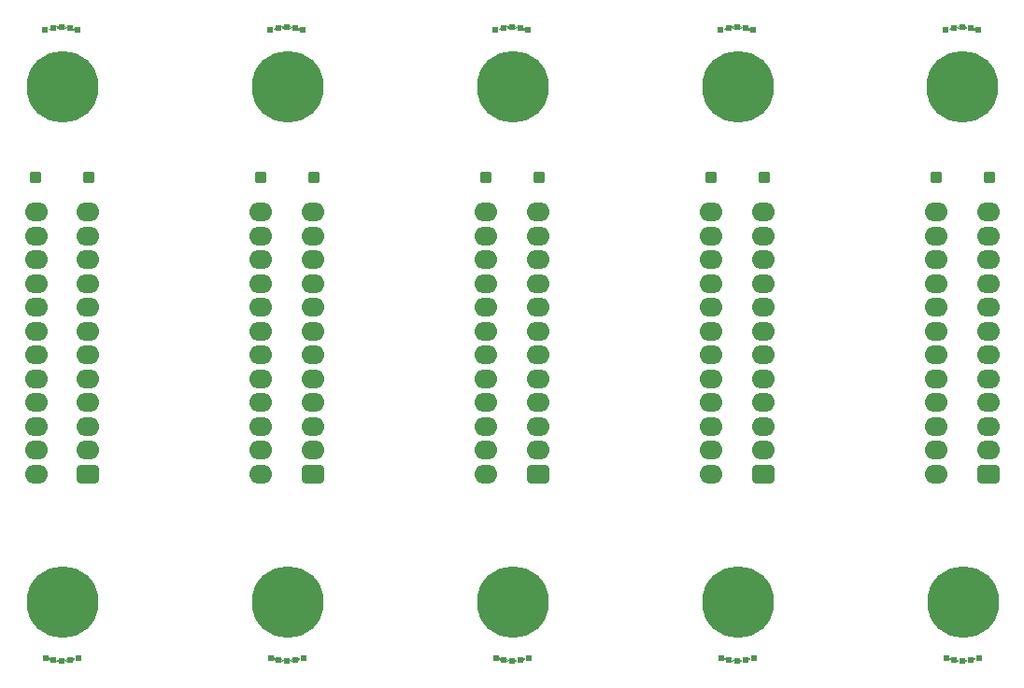
<source format=gts>
G04 #@! TF.GenerationSoftware,KiCad,Pcbnew,6.0.1-79c1e3a40b~116~ubuntu20.04.1*
G04 #@! TF.CreationDate,2022-01-18T16:31:28+01:00*
G04 #@! TF.ProjectId,5xNano_GPIB,35784e61-6e6f-45f4-9750-49422e6b6963,rev?*
G04 #@! TF.SameCoordinates,Original*
G04 #@! TF.FileFunction,Soldermask,Top*
G04 #@! TF.FilePolarity,Negative*
%FSLAX46Y46*%
G04 Gerber Fmt 4.6, Leading zero omitted, Abs format (unit mm)*
G04 Created by KiCad (PCBNEW 6.0.1-79c1e3a40b~116~ubuntu20.04.1) date 2022-01-18 16:31:28*
%MOMM*%
%LPD*%
G01*
G04 APERTURE LIST*
G04 Aperture macros list*
%AMRoundRect*
0 Rectangle with rounded corners*
0 $1 Rounding radius*
0 $2 $3 $4 $5 $6 $7 $8 $9 X,Y pos of 4 corners*
0 Add a 4 corners polygon primitive as box body*
4,1,4,$2,$3,$4,$5,$6,$7,$8,$9,$2,$3,0*
0 Add four circle primitives for the rounded corners*
1,1,$1+$1,$2,$3*
1,1,$1+$1,$4,$5*
1,1,$1+$1,$6,$7*
1,1,$1+$1,$8,$9*
0 Add four rect primitives between the rounded corners*
20,1,$1+$1,$2,$3,$4,$5,0*
20,1,$1+$1,$4,$5,$6,$7,0*
20,1,$1+$1,$6,$7,$8,$9,0*
20,1,$1+$1,$8,$9,$2,$3,0*%
G04 Aperture macros list end*
%ADD10C,0.602000*%
%ADD11RoundRect,0.051000X0.425000X0.425000X-0.425000X0.425000X-0.425000X-0.425000X0.425000X-0.425000X0*%
%ADD12RoundRect,0.451000X0.600000X-0.400000X0.600000X0.400000X-0.600000X0.400000X-0.600000X-0.400000X0*%
%ADD13O,2.102000X1.702000*%
%ADD14C,6.502000*%
%ADD15C,0.902000*%
G04 APERTURE END LIST*
D10*
X102310000Y-72310441D03*
X100060000Y-72510441D03*
X100810000Y-72310441D03*
X101560000Y-72210441D03*
X103010000Y-72510441D03*
D11*
X104015439Y-85829447D03*
X78805439Y-85889447D03*
D12*
X144700000Y-112759000D03*
D13*
X144700000Y-110600000D03*
X144700000Y-108441000D03*
X144700000Y-106282000D03*
X144700000Y-104123000D03*
X144700000Y-101964000D03*
X144700000Y-99805000D03*
X144700000Y-97646000D03*
X144700000Y-95487000D03*
X144700000Y-93328000D03*
X144700000Y-91169000D03*
X144700000Y-89010000D03*
X140020000Y-112734500D03*
X140020000Y-110575500D03*
X140020000Y-108416500D03*
X140020000Y-106257500D03*
X140020000Y-104098500D03*
X140020000Y-101939500D03*
X140020000Y-99780500D03*
X140020000Y-97621500D03*
X140020000Y-95462500D03*
X140020000Y-93303500D03*
X140020000Y-91144500D03*
X140020000Y-88985500D03*
D11*
X99205439Y-85889447D03*
D14*
X101607000Y-77602000D03*
D15*
X99909944Y-79299056D03*
X101607000Y-80002000D03*
X101607000Y-75202000D03*
X103304056Y-75904944D03*
X104007000Y-77602000D03*
X103304056Y-79299056D03*
X99207000Y-77602000D03*
X99909944Y-75904944D03*
D10*
X142360000Y-72210441D03*
X141610000Y-72310441D03*
X143110000Y-72310441D03*
X140860000Y-72510441D03*
X143810000Y-72510441D03*
D15*
X144154056Y-126079056D03*
X140057000Y-124382000D03*
X140759944Y-122684944D03*
X142457000Y-121982000D03*
X142457000Y-126782000D03*
X144154056Y-122684944D03*
D14*
X142457000Y-124382000D03*
D15*
X144857000Y-124382000D03*
X140759944Y-126079056D03*
X160457000Y-124382000D03*
D14*
X162857000Y-124382000D03*
D15*
X161159944Y-122684944D03*
X164554056Y-126079056D03*
X165257000Y-124382000D03*
X162857000Y-126782000D03*
X161159944Y-126079056D03*
X164554056Y-122684944D03*
X162857000Y-121982000D03*
D11*
X165215439Y-85829447D03*
X124415439Y-85829447D03*
D15*
X120309944Y-75904944D03*
X119607000Y-77602000D03*
D14*
X122007000Y-77602000D03*
D15*
X122007000Y-80002000D03*
X123704056Y-75904944D03*
X124407000Y-77602000D03*
X123704056Y-79299056D03*
X122007000Y-75202000D03*
X120309944Y-79299056D03*
D10*
X143850000Y-129431530D03*
X140900000Y-129431530D03*
X143100000Y-129631530D03*
X141600000Y-129631530D03*
X142350000Y-129731530D03*
D11*
X119605439Y-85889447D03*
D10*
X122710000Y-72310441D03*
X120460000Y-72510441D03*
X123410000Y-72510441D03*
X121960000Y-72210441D03*
X121210000Y-72310441D03*
X79660000Y-72510441D03*
X82610000Y-72510441D03*
X81910000Y-72310441D03*
X80410000Y-72310441D03*
X81160000Y-72210441D03*
D15*
X140007000Y-77602000D03*
X144807000Y-77602000D03*
X140709944Y-75904944D03*
X142407000Y-75202000D03*
X144104056Y-75904944D03*
D14*
X142407000Y-77602000D03*
D15*
X144104056Y-79299056D03*
X142407000Y-80002000D03*
X140709944Y-79299056D03*
X120359944Y-122684944D03*
X124457000Y-124382000D03*
D14*
X122057000Y-124382000D03*
D15*
X123754056Y-126079056D03*
X122057000Y-126782000D03*
X119657000Y-124382000D03*
X123754056Y-122684944D03*
X122057000Y-121982000D03*
X120359944Y-126079056D03*
D14*
X81207000Y-77602000D03*
D15*
X81207000Y-80002000D03*
X79509944Y-75904944D03*
X83607000Y-77602000D03*
X82904056Y-79299056D03*
X81207000Y-75202000D03*
X82904056Y-75904944D03*
X78807000Y-77602000D03*
X79509944Y-79299056D03*
D11*
X140005439Y-85889447D03*
D12*
X165100000Y-112759000D03*
D13*
X165100000Y-110600000D03*
X165100000Y-108441000D03*
X165100000Y-106282000D03*
X165100000Y-104123000D03*
X165100000Y-101964000D03*
X165100000Y-99805000D03*
X165100000Y-97646000D03*
X165100000Y-95487000D03*
X165100000Y-93328000D03*
X165100000Y-91169000D03*
X165100000Y-89010000D03*
X160420000Y-112734500D03*
X160420000Y-110575500D03*
X160420000Y-108416500D03*
X160420000Y-106257500D03*
X160420000Y-104098500D03*
X160420000Y-101939500D03*
X160420000Y-99780500D03*
X160420000Y-97621500D03*
X160420000Y-95462500D03*
X160420000Y-93303500D03*
X160420000Y-91144500D03*
X160420000Y-88985500D03*
D15*
X78857000Y-124382000D03*
X79559944Y-126079056D03*
X79559944Y-122684944D03*
X83657000Y-124382000D03*
X82954056Y-122684944D03*
X81257000Y-121982000D03*
X82954056Y-126079056D03*
X81257000Y-126782000D03*
D14*
X81257000Y-124382000D03*
D10*
X162000000Y-129631530D03*
X161300000Y-129431530D03*
X163500000Y-129631530D03*
X164250000Y-129431530D03*
X162750000Y-129731530D03*
X123450000Y-129431530D03*
X122700000Y-129631530D03*
X120500000Y-129431530D03*
X121950000Y-129731530D03*
X121200000Y-129631530D03*
X101550000Y-129731530D03*
X102300000Y-129631530D03*
X100100000Y-129431530D03*
X103050000Y-129431530D03*
X100800000Y-129631530D03*
D12*
X83500000Y-112759000D03*
D13*
X83500000Y-110600000D03*
X83500000Y-108441000D03*
X83500000Y-106282000D03*
X83500000Y-104123000D03*
X83500000Y-101964000D03*
X83500000Y-99805000D03*
X83500000Y-97646000D03*
X83500000Y-95487000D03*
X83500000Y-93328000D03*
X83500000Y-91169000D03*
X83500000Y-89010000D03*
X78820000Y-112734500D03*
X78820000Y-110575500D03*
X78820000Y-108416500D03*
X78820000Y-106257500D03*
X78820000Y-104098500D03*
X78820000Y-101939500D03*
X78820000Y-99780500D03*
X78820000Y-97621500D03*
X78820000Y-95462500D03*
X78820000Y-93303500D03*
X78820000Y-91144500D03*
X78820000Y-88985500D03*
D15*
X99257000Y-124382000D03*
X99959944Y-126079056D03*
X101657000Y-121982000D03*
X101657000Y-126782000D03*
X103354056Y-126079056D03*
X99959944Y-122684944D03*
X104057000Y-124382000D03*
X103354056Y-122684944D03*
D14*
X101657000Y-124382000D03*
D11*
X83615439Y-85829447D03*
D10*
X81150000Y-129731530D03*
X82650000Y-129431530D03*
X81900000Y-129631530D03*
X80400000Y-129631530D03*
X79700000Y-129431530D03*
D11*
X160405439Y-85889447D03*
D15*
X165207000Y-77602000D03*
X164504056Y-79299056D03*
X164504056Y-75904944D03*
X162807000Y-80002000D03*
X160407000Y-77602000D03*
X162807000Y-75202000D03*
D14*
X162807000Y-77602000D03*
D15*
X161109944Y-79299056D03*
X161109944Y-75904944D03*
D11*
X144815439Y-85829447D03*
D10*
X164210000Y-72510441D03*
X162760000Y-72210441D03*
X163510000Y-72310441D03*
X161260000Y-72510441D03*
X162010000Y-72310441D03*
D12*
X124300000Y-112759000D03*
D13*
X124300000Y-110600000D03*
X124300000Y-108441000D03*
X124300000Y-106282000D03*
X124300000Y-104123000D03*
X124300000Y-101964000D03*
X124300000Y-99805000D03*
X124300000Y-97646000D03*
X124300000Y-95487000D03*
X124300000Y-93328000D03*
X124300000Y-91169000D03*
X124300000Y-89010000D03*
X119620000Y-112734500D03*
X119620000Y-110575500D03*
X119620000Y-108416500D03*
X119620000Y-106257500D03*
X119620000Y-104098500D03*
X119620000Y-101939500D03*
X119620000Y-99780500D03*
X119620000Y-97621500D03*
X119620000Y-95462500D03*
X119620000Y-93303500D03*
X119620000Y-91144500D03*
X119620000Y-88985500D03*
D12*
X103900000Y-112759000D03*
D13*
X103900000Y-110600000D03*
X103900000Y-108441000D03*
X103900000Y-106282000D03*
X103900000Y-104123000D03*
X103900000Y-101964000D03*
X103900000Y-99805000D03*
X103900000Y-97646000D03*
X103900000Y-95487000D03*
X103900000Y-93328000D03*
X103900000Y-91169000D03*
X103900000Y-89010000D03*
X99220000Y-112734500D03*
X99220000Y-110575500D03*
X99220000Y-108416500D03*
X99220000Y-106257500D03*
X99220000Y-104098500D03*
X99220000Y-101939500D03*
X99220000Y-99780500D03*
X99220000Y-97621500D03*
X99220000Y-95462500D03*
X99220000Y-93303500D03*
X99220000Y-91144500D03*
X99220000Y-88985500D03*
G36*
X122417047Y-129537602D02*
G01*
X122417340Y-129539038D01*
X122401031Y-129631530D01*
X122419062Y-129733784D01*
X122463233Y-129810291D01*
X122463233Y-129812291D01*
X122461501Y-129813291D01*
X122460087Y-129812705D01*
X122443741Y-129796359D01*
X122441828Y-129796872D01*
X122440892Y-129796313D01*
X122412437Y-129766186D01*
X122345211Y-129749539D01*
X122279611Y-129771895D01*
X122240771Y-129816720D01*
X122236412Y-129825277D01*
X122234735Y-129826366D01*
X122232953Y-129825458D01*
X122232660Y-129824022D01*
X122248969Y-129731530D01*
X122230938Y-129629276D01*
X122186767Y-129552769D01*
X122186767Y-129550769D01*
X122188499Y-129549769D01*
X122189913Y-129550355D01*
X122206259Y-129566701D01*
X122208172Y-129566188D01*
X122209108Y-129566747D01*
X122237563Y-129596874D01*
X122304789Y-129613521D01*
X122370389Y-129591165D01*
X122409229Y-129546340D01*
X122413588Y-129537783D01*
X122415265Y-129536694D01*
X122417047Y-129537602D01*
G37*
G36*
X102017047Y-129537602D02*
G01*
X102017340Y-129539038D01*
X102001031Y-129631530D01*
X102019062Y-129733784D01*
X102063233Y-129810291D01*
X102063233Y-129812291D01*
X102061501Y-129813291D01*
X102060087Y-129812705D01*
X102043741Y-129796359D01*
X102041828Y-129796872D01*
X102040892Y-129796313D01*
X102012437Y-129766186D01*
X101945211Y-129749539D01*
X101879611Y-129771895D01*
X101840771Y-129816720D01*
X101836412Y-129825277D01*
X101834735Y-129826366D01*
X101832953Y-129825458D01*
X101832660Y-129824022D01*
X101848969Y-129731530D01*
X101830938Y-129629276D01*
X101786767Y-129552769D01*
X101786767Y-129550769D01*
X101788499Y-129549769D01*
X101789913Y-129550355D01*
X101806259Y-129566701D01*
X101808172Y-129566188D01*
X101809108Y-129566747D01*
X101837563Y-129596874D01*
X101904789Y-129613521D01*
X101970389Y-129591165D01*
X102009229Y-129546340D01*
X102013588Y-129537783D01*
X102015265Y-129536694D01*
X102017047Y-129537602D01*
G37*
G36*
X163217047Y-129537602D02*
G01*
X163217340Y-129539038D01*
X163201031Y-129631530D01*
X163219062Y-129733784D01*
X163263233Y-129810291D01*
X163263233Y-129812291D01*
X163261501Y-129813291D01*
X163260087Y-129812705D01*
X163243741Y-129796359D01*
X163241828Y-129796872D01*
X163240892Y-129796313D01*
X163212437Y-129766186D01*
X163145211Y-129749539D01*
X163079611Y-129771895D01*
X163040771Y-129816720D01*
X163036412Y-129825277D01*
X163034735Y-129826366D01*
X163032953Y-129825458D01*
X163032660Y-129824022D01*
X163048969Y-129731530D01*
X163030938Y-129629276D01*
X162986767Y-129552769D01*
X162986767Y-129550769D01*
X162988499Y-129549769D01*
X162989913Y-129550355D01*
X163006259Y-129566701D01*
X163008172Y-129566188D01*
X163009108Y-129566747D01*
X163037563Y-129596874D01*
X163104789Y-129613521D01*
X163170389Y-129591165D01*
X163209229Y-129546340D01*
X163213588Y-129537783D01*
X163215265Y-129536694D01*
X163217047Y-129537602D01*
G37*
G36*
X142817047Y-129537602D02*
G01*
X142817340Y-129539038D01*
X142801031Y-129631530D01*
X142819062Y-129733784D01*
X142863233Y-129810291D01*
X142863233Y-129812291D01*
X142861501Y-129813291D01*
X142860087Y-129812705D01*
X142843741Y-129796359D01*
X142841828Y-129796872D01*
X142840892Y-129796313D01*
X142812437Y-129766186D01*
X142745211Y-129749539D01*
X142679611Y-129771895D01*
X142640771Y-129816720D01*
X142636412Y-129825277D01*
X142634735Y-129826366D01*
X142632953Y-129825458D01*
X142632660Y-129824022D01*
X142648969Y-129731530D01*
X142630938Y-129629276D01*
X142586767Y-129552769D01*
X142586767Y-129550769D01*
X142588499Y-129549769D01*
X142589913Y-129550355D01*
X142606259Y-129566701D01*
X142608172Y-129566188D01*
X142609108Y-129566747D01*
X142637563Y-129596874D01*
X142704789Y-129613521D01*
X142770389Y-129591165D01*
X142809229Y-129546340D01*
X142813588Y-129537783D01*
X142815265Y-129536694D01*
X142817047Y-129537602D01*
G37*
G36*
X81617047Y-129537602D02*
G01*
X81617340Y-129539038D01*
X81601031Y-129631530D01*
X81619062Y-129733784D01*
X81663233Y-129810291D01*
X81663233Y-129812291D01*
X81661501Y-129813291D01*
X81660087Y-129812705D01*
X81643741Y-129796359D01*
X81641828Y-129796872D01*
X81640892Y-129796313D01*
X81612437Y-129766186D01*
X81545211Y-129749539D01*
X81479611Y-129771895D01*
X81440771Y-129816720D01*
X81436412Y-129825277D01*
X81434735Y-129826366D01*
X81432953Y-129825458D01*
X81432660Y-129824022D01*
X81448969Y-129731530D01*
X81430938Y-129629276D01*
X81386767Y-129552769D01*
X81386767Y-129550769D01*
X81388499Y-129549769D01*
X81389913Y-129550355D01*
X81406259Y-129566701D01*
X81408172Y-129566188D01*
X81409108Y-129566747D01*
X81437563Y-129596874D01*
X81504789Y-129613521D01*
X81570389Y-129591165D01*
X81609229Y-129546340D01*
X81613588Y-129537783D01*
X81615265Y-129536694D01*
X81617047Y-129537602D01*
G37*
G36*
X141886412Y-129537783D02*
G01*
X141890753Y-129546303D01*
X141938513Y-129596872D01*
X142005739Y-129613521D01*
X142071339Y-129591166D01*
X142091696Y-129567672D01*
X142093338Y-129567104D01*
X142110087Y-129550355D01*
X142112019Y-129549837D01*
X142113433Y-129551251D01*
X142113233Y-129552769D01*
X142069062Y-129629276D01*
X142051031Y-129731530D01*
X142067340Y-129824022D01*
X142066656Y-129825901D01*
X142064686Y-129826248D01*
X142063588Y-129825277D01*
X142059247Y-129816757D01*
X142011487Y-129766188D01*
X141944261Y-129749539D01*
X141878661Y-129771894D01*
X141858304Y-129795388D01*
X141856662Y-129795956D01*
X141839913Y-129812705D01*
X141837981Y-129813223D01*
X141836567Y-129811809D01*
X141836767Y-129810291D01*
X141880938Y-129733784D01*
X141898969Y-129631530D01*
X141882660Y-129539038D01*
X141883344Y-129537159D01*
X141885314Y-129536812D01*
X141886412Y-129537783D01*
G37*
G36*
X121486412Y-129537783D02*
G01*
X121490753Y-129546303D01*
X121538513Y-129596872D01*
X121605739Y-129613521D01*
X121671339Y-129591166D01*
X121691696Y-129567672D01*
X121693338Y-129567104D01*
X121710087Y-129550355D01*
X121712019Y-129549837D01*
X121713433Y-129551251D01*
X121713233Y-129552769D01*
X121669062Y-129629276D01*
X121651031Y-129731530D01*
X121667340Y-129824022D01*
X121666656Y-129825901D01*
X121664686Y-129826248D01*
X121663588Y-129825277D01*
X121659247Y-129816757D01*
X121611487Y-129766188D01*
X121544261Y-129749539D01*
X121478661Y-129771894D01*
X121458304Y-129795388D01*
X121456662Y-129795956D01*
X121439913Y-129812705D01*
X121437981Y-129813223D01*
X121436567Y-129811809D01*
X121436767Y-129810291D01*
X121480938Y-129733784D01*
X121498969Y-129631530D01*
X121482660Y-129539038D01*
X121483344Y-129537159D01*
X121485314Y-129536812D01*
X121486412Y-129537783D01*
G37*
G36*
X80686412Y-129537783D02*
G01*
X80690753Y-129546303D01*
X80738513Y-129596872D01*
X80805739Y-129613521D01*
X80871339Y-129591166D01*
X80891696Y-129567672D01*
X80893338Y-129567104D01*
X80910087Y-129550355D01*
X80912019Y-129549837D01*
X80913433Y-129551251D01*
X80913233Y-129552769D01*
X80869062Y-129629276D01*
X80851031Y-129731530D01*
X80867340Y-129824022D01*
X80866656Y-129825901D01*
X80864686Y-129826248D01*
X80863588Y-129825277D01*
X80859247Y-129816757D01*
X80811487Y-129766188D01*
X80744261Y-129749539D01*
X80678661Y-129771894D01*
X80658304Y-129795388D01*
X80656662Y-129795956D01*
X80639913Y-129812705D01*
X80637981Y-129813223D01*
X80636567Y-129811809D01*
X80636767Y-129810291D01*
X80680938Y-129733784D01*
X80698969Y-129631530D01*
X80682660Y-129539038D01*
X80683344Y-129537159D01*
X80685314Y-129536812D01*
X80686412Y-129537783D01*
G37*
G36*
X162286412Y-129537783D02*
G01*
X162290753Y-129546303D01*
X162338513Y-129596872D01*
X162405739Y-129613521D01*
X162471339Y-129591166D01*
X162491696Y-129567672D01*
X162493338Y-129567104D01*
X162510087Y-129550355D01*
X162512019Y-129549837D01*
X162513433Y-129551251D01*
X162513233Y-129552769D01*
X162469062Y-129629276D01*
X162451031Y-129731530D01*
X162467340Y-129824022D01*
X162466656Y-129825901D01*
X162464686Y-129826248D01*
X162463588Y-129825277D01*
X162459247Y-129816757D01*
X162411487Y-129766188D01*
X162344261Y-129749539D01*
X162278661Y-129771894D01*
X162258304Y-129795388D01*
X162256662Y-129795956D01*
X162239913Y-129812705D01*
X162237981Y-129813223D01*
X162236567Y-129811809D01*
X162236767Y-129810291D01*
X162280938Y-129733784D01*
X162298969Y-129631530D01*
X162282660Y-129539038D01*
X162283344Y-129537159D01*
X162285314Y-129536812D01*
X162286412Y-129537783D01*
G37*
G36*
X101086412Y-129537783D02*
G01*
X101090753Y-129546303D01*
X101138513Y-129596872D01*
X101205739Y-129613521D01*
X101271339Y-129591166D01*
X101291696Y-129567672D01*
X101293338Y-129567104D01*
X101310087Y-129550355D01*
X101312019Y-129549837D01*
X101313433Y-129551251D01*
X101313233Y-129552769D01*
X101269062Y-129629276D01*
X101251031Y-129731530D01*
X101267340Y-129824022D01*
X101266656Y-129825901D01*
X101264686Y-129826248D01*
X101263588Y-129825277D01*
X101259247Y-129816757D01*
X101211487Y-129766188D01*
X101144261Y-129749539D01*
X101078661Y-129771894D01*
X101058304Y-129795388D01*
X101056662Y-129795956D01*
X101039913Y-129812705D01*
X101037981Y-129813223D01*
X101036567Y-129811809D01*
X101036767Y-129810291D01*
X101080938Y-129733784D01*
X101098969Y-129631530D01*
X101082660Y-129539038D01*
X101083344Y-129537159D01*
X101085314Y-129536812D01*
X101086412Y-129537783D01*
G37*
G36*
X79986413Y-129337786D02*
G01*
X79986569Y-129338093D01*
X79986761Y-129338686D01*
X79987666Y-129344396D01*
X79987299Y-129345353D01*
X79987851Y-129345855D01*
X80017716Y-129408854D01*
X80076509Y-129445462D01*
X80145806Y-129444472D01*
X80191612Y-129416850D01*
X80193612Y-129416812D01*
X80194645Y-129418525D01*
X80193931Y-129420095D01*
X80170976Y-129439357D01*
X80119062Y-129529276D01*
X80101031Y-129631530D01*
X80115926Y-129716001D01*
X80115528Y-129717093D01*
X80116279Y-129718004D01*
X80117340Y-129724021D01*
X80116656Y-129725900D01*
X80114686Y-129726247D01*
X80113587Y-129725274D01*
X80113431Y-129724967D01*
X80113239Y-129724374D01*
X80112334Y-129718664D01*
X80112701Y-129717707D01*
X80112149Y-129717205D01*
X80082284Y-129654206D01*
X80023491Y-129617598D01*
X79954194Y-129618588D01*
X79908388Y-129646210D01*
X79906388Y-129646248D01*
X79905355Y-129644535D01*
X79906069Y-129642965D01*
X79929024Y-129623703D01*
X79980938Y-129533784D01*
X79998969Y-129431530D01*
X79984074Y-129347059D01*
X79984472Y-129345967D01*
X79983721Y-129345056D01*
X79982660Y-129339039D01*
X79983344Y-129337160D01*
X79985314Y-129336813D01*
X79986413Y-129337786D01*
G37*
G36*
X161586413Y-129337786D02*
G01*
X161586569Y-129338093D01*
X161586761Y-129338686D01*
X161587666Y-129344396D01*
X161587299Y-129345353D01*
X161587851Y-129345855D01*
X161617716Y-129408854D01*
X161676509Y-129445462D01*
X161745806Y-129444472D01*
X161791612Y-129416850D01*
X161793612Y-129416812D01*
X161794645Y-129418525D01*
X161793931Y-129420095D01*
X161770976Y-129439357D01*
X161719062Y-129529276D01*
X161701031Y-129631530D01*
X161715926Y-129716001D01*
X161715528Y-129717093D01*
X161716279Y-129718004D01*
X161717340Y-129724021D01*
X161716656Y-129725900D01*
X161714686Y-129726247D01*
X161713587Y-129725274D01*
X161713431Y-129724967D01*
X161713239Y-129724374D01*
X161712334Y-129718664D01*
X161712701Y-129717707D01*
X161712149Y-129717205D01*
X161682284Y-129654206D01*
X161623491Y-129617598D01*
X161554194Y-129618588D01*
X161508388Y-129646210D01*
X161506388Y-129646248D01*
X161505355Y-129644535D01*
X161506069Y-129642965D01*
X161529024Y-129623703D01*
X161580938Y-129533784D01*
X161598969Y-129431530D01*
X161584074Y-129347059D01*
X161584472Y-129345967D01*
X161583721Y-129345056D01*
X161582660Y-129339039D01*
X161583344Y-129337160D01*
X161585314Y-129336813D01*
X161586413Y-129337786D01*
G37*
G36*
X141186413Y-129337786D02*
G01*
X141186569Y-129338093D01*
X141186761Y-129338686D01*
X141187666Y-129344396D01*
X141187299Y-129345353D01*
X141187851Y-129345855D01*
X141217716Y-129408854D01*
X141276509Y-129445462D01*
X141345806Y-129444472D01*
X141391612Y-129416850D01*
X141393612Y-129416812D01*
X141394645Y-129418525D01*
X141393931Y-129420095D01*
X141370976Y-129439357D01*
X141319062Y-129529276D01*
X141301031Y-129631530D01*
X141315926Y-129716001D01*
X141315528Y-129717093D01*
X141316279Y-129718004D01*
X141317340Y-129724021D01*
X141316656Y-129725900D01*
X141314686Y-129726247D01*
X141313587Y-129725274D01*
X141313431Y-129724967D01*
X141313239Y-129724374D01*
X141312334Y-129718664D01*
X141312701Y-129717707D01*
X141312149Y-129717205D01*
X141282284Y-129654206D01*
X141223491Y-129617598D01*
X141154194Y-129618588D01*
X141108388Y-129646210D01*
X141106388Y-129646248D01*
X141105355Y-129644535D01*
X141106069Y-129642965D01*
X141129024Y-129623703D01*
X141180938Y-129533784D01*
X141198969Y-129431530D01*
X141184074Y-129347059D01*
X141184472Y-129345967D01*
X141183721Y-129345056D01*
X141182660Y-129339039D01*
X141183344Y-129337160D01*
X141185314Y-129336813D01*
X141186413Y-129337786D01*
G37*
G36*
X120786413Y-129337786D02*
G01*
X120786569Y-129338093D01*
X120786761Y-129338686D01*
X120787666Y-129344396D01*
X120787299Y-129345353D01*
X120787851Y-129345855D01*
X120817716Y-129408854D01*
X120876509Y-129445462D01*
X120945806Y-129444472D01*
X120991612Y-129416850D01*
X120993612Y-129416812D01*
X120994645Y-129418525D01*
X120993931Y-129420095D01*
X120970976Y-129439357D01*
X120919062Y-129529276D01*
X120901031Y-129631530D01*
X120915926Y-129716001D01*
X120915528Y-129717093D01*
X120916279Y-129718004D01*
X120917340Y-129724021D01*
X120916656Y-129725900D01*
X120914686Y-129726247D01*
X120913587Y-129725274D01*
X120913431Y-129724967D01*
X120913239Y-129724374D01*
X120912334Y-129718664D01*
X120912701Y-129717707D01*
X120912149Y-129717205D01*
X120882284Y-129654206D01*
X120823491Y-129617598D01*
X120754194Y-129618588D01*
X120708388Y-129646210D01*
X120706388Y-129646248D01*
X120705355Y-129644535D01*
X120706069Y-129642965D01*
X120729024Y-129623703D01*
X120780938Y-129533784D01*
X120798969Y-129431530D01*
X120784074Y-129347059D01*
X120784472Y-129345967D01*
X120783721Y-129345056D01*
X120782660Y-129339039D01*
X120783344Y-129337160D01*
X120785314Y-129336813D01*
X120786413Y-129337786D01*
G37*
G36*
X100386413Y-129337786D02*
G01*
X100386569Y-129338093D01*
X100386761Y-129338686D01*
X100387666Y-129344396D01*
X100387299Y-129345353D01*
X100387851Y-129345855D01*
X100417716Y-129408854D01*
X100476509Y-129445462D01*
X100545806Y-129444472D01*
X100591612Y-129416850D01*
X100593612Y-129416812D01*
X100594645Y-129418525D01*
X100593931Y-129420095D01*
X100570976Y-129439357D01*
X100519062Y-129529276D01*
X100501031Y-129631530D01*
X100515926Y-129716001D01*
X100515528Y-129717093D01*
X100516279Y-129718004D01*
X100517340Y-129724021D01*
X100516656Y-129725900D01*
X100514686Y-129726247D01*
X100513587Y-129725274D01*
X100513431Y-129724967D01*
X100513239Y-129724374D01*
X100512334Y-129718664D01*
X100512701Y-129717707D01*
X100512149Y-129717205D01*
X100482284Y-129654206D01*
X100423491Y-129617598D01*
X100354194Y-129618588D01*
X100308388Y-129646210D01*
X100306388Y-129646248D01*
X100305355Y-129644535D01*
X100306069Y-129642965D01*
X100329024Y-129623703D01*
X100380938Y-129533784D01*
X100398969Y-129431530D01*
X100384074Y-129347059D01*
X100384472Y-129345967D01*
X100383721Y-129345056D01*
X100382660Y-129339039D01*
X100383344Y-129337160D01*
X100385314Y-129336813D01*
X100386413Y-129337786D01*
G37*
G36*
X163957381Y-129391839D02*
G01*
X163957756Y-129393392D01*
X163951031Y-129431530D01*
X163969062Y-129533784D01*
X164013233Y-129610291D01*
X164013233Y-129612291D01*
X164011501Y-129613291D01*
X164010087Y-129612705D01*
X164003463Y-129606081D01*
X163942414Y-129572747D01*
X163873332Y-129577687D01*
X163817850Y-129619220D01*
X163796056Y-129670794D01*
X163794461Y-129672000D01*
X163792619Y-129671221D01*
X163792244Y-129669668D01*
X163798969Y-129631530D01*
X163780938Y-129529276D01*
X163736767Y-129452769D01*
X163736767Y-129450769D01*
X163738499Y-129449769D01*
X163739913Y-129450355D01*
X163746537Y-129456979D01*
X163807586Y-129490313D01*
X163876668Y-129485373D01*
X163932150Y-129443840D01*
X163953944Y-129392266D01*
X163955539Y-129391060D01*
X163957381Y-129391839D01*
G37*
G36*
X123157381Y-129391839D02*
G01*
X123157756Y-129393392D01*
X123151031Y-129431530D01*
X123169062Y-129533784D01*
X123213233Y-129610291D01*
X123213233Y-129612291D01*
X123211501Y-129613291D01*
X123210087Y-129612705D01*
X123203463Y-129606081D01*
X123142414Y-129572747D01*
X123073332Y-129577687D01*
X123017850Y-129619220D01*
X122996056Y-129670794D01*
X122994461Y-129672000D01*
X122992619Y-129671221D01*
X122992244Y-129669668D01*
X122998969Y-129631530D01*
X122980938Y-129529276D01*
X122936767Y-129452769D01*
X122936767Y-129450769D01*
X122938499Y-129449769D01*
X122939913Y-129450355D01*
X122946537Y-129456979D01*
X123007586Y-129490313D01*
X123076668Y-129485373D01*
X123132150Y-129443840D01*
X123153944Y-129392266D01*
X123155539Y-129391060D01*
X123157381Y-129391839D01*
G37*
G36*
X102757381Y-129391839D02*
G01*
X102757756Y-129393392D01*
X102751031Y-129431530D01*
X102769062Y-129533784D01*
X102813233Y-129610291D01*
X102813233Y-129612291D01*
X102811501Y-129613291D01*
X102810087Y-129612705D01*
X102803463Y-129606081D01*
X102742414Y-129572747D01*
X102673332Y-129577687D01*
X102617850Y-129619220D01*
X102596056Y-129670794D01*
X102594461Y-129672000D01*
X102592619Y-129671221D01*
X102592244Y-129669668D01*
X102598969Y-129631530D01*
X102580938Y-129529276D01*
X102536767Y-129452769D01*
X102536767Y-129450769D01*
X102538499Y-129449769D01*
X102539913Y-129450355D01*
X102546537Y-129456979D01*
X102607586Y-129490313D01*
X102676668Y-129485373D01*
X102732150Y-129443840D01*
X102753944Y-129392266D01*
X102755539Y-129391060D01*
X102757381Y-129391839D01*
G37*
G36*
X82357381Y-129391839D02*
G01*
X82357756Y-129393392D01*
X82351031Y-129431530D01*
X82369062Y-129533784D01*
X82413233Y-129610291D01*
X82413233Y-129612291D01*
X82411501Y-129613291D01*
X82410087Y-129612705D01*
X82403463Y-129606081D01*
X82342414Y-129572747D01*
X82273332Y-129577687D01*
X82217850Y-129619220D01*
X82196056Y-129670794D01*
X82194461Y-129672000D01*
X82192619Y-129671221D01*
X82192244Y-129669668D01*
X82198969Y-129631530D01*
X82180938Y-129529276D01*
X82136767Y-129452769D01*
X82136767Y-129450769D01*
X82138499Y-129449769D01*
X82139913Y-129450355D01*
X82146537Y-129456979D01*
X82207586Y-129490313D01*
X82276668Y-129485373D01*
X82332150Y-129443840D01*
X82353944Y-129392266D01*
X82355539Y-129391060D01*
X82357381Y-129391839D01*
G37*
G36*
X143557381Y-129391839D02*
G01*
X143557756Y-129393392D01*
X143551031Y-129431530D01*
X143569062Y-129533784D01*
X143613233Y-129610291D01*
X143613233Y-129612291D01*
X143611501Y-129613291D01*
X143610087Y-129612705D01*
X143603463Y-129606081D01*
X143542414Y-129572747D01*
X143473332Y-129577687D01*
X143417850Y-129619220D01*
X143396056Y-129670794D01*
X143394461Y-129672000D01*
X143392619Y-129671221D01*
X143392244Y-129669668D01*
X143398969Y-129631530D01*
X143380938Y-129529276D01*
X143336767Y-129452769D01*
X143336767Y-129450769D01*
X143338499Y-129449769D01*
X143339913Y-129450355D01*
X143346537Y-129456979D01*
X143407586Y-129490313D01*
X143476668Y-129485373D01*
X143532150Y-129443840D01*
X143553944Y-129392266D01*
X143555539Y-129391060D01*
X143557381Y-129391839D01*
G37*
G36*
X122996413Y-72216697D02*
G01*
X122996569Y-72217004D01*
X122996761Y-72217597D01*
X122997666Y-72223307D01*
X122997299Y-72224264D01*
X122997851Y-72224766D01*
X123027716Y-72287765D01*
X123086509Y-72324373D01*
X123155806Y-72323383D01*
X123201612Y-72295761D01*
X123203612Y-72295723D01*
X123204645Y-72297436D01*
X123203931Y-72299006D01*
X123180976Y-72318268D01*
X123129062Y-72408187D01*
X123111031Y-72510441D01*
X123125926Y-72594912D01*
X123125528Y-72596004D01*
X123126279Y-72596915D01*
X123127340Y-72602932D01*
X123126656Y-72604811D01*
X123124686Y-72605158D01*
X123123587Y-72604185D01*
X123123431Y-72603878D01*
X123123239Y-72603285D01*
X123122334Y-72597575D01*
X123122701Y-72596618D01*
X123122149Y-72596116D01*
X123092284Y-72533117D01*
X123033491Y-72496509D01*
X122964194Y-72497499D01*
X122918388Y-72525121D01*
X122916388Y-72525159D01*
X122915355Y-72523446D01*
X122916069Y-72521876D01*
X122939024Y-72502614D01*
X122990938Y-72412695D01*
X123008969Y-72310441D01*
X122994074Y-72225970D01*
X122994472Y-72224878D01*
X122993721Y-72223967D01*
X122992660Y-72217950D01*
X122993344Y-72216071D01*
X122995314Y-72215724D01*
X122996413Y-72216697D01*
G37*
G36*
X163796413Y-72216697D02*
G01*
X163796569Y-72217004D01*
X163796761Y-72217597D01*
X163797666Y-72223307D01*
X163797299Y-72224264D01*
X163797851Y-72224766D01*
X163827716Y-72287765D01*
X163886509Y-72324373D01*
X163955806Y-72323383D01*
X164001612Y-72295761D01*
X164003612Y-72295723D01*
X164004645Y-72297436D01*
X164003931Y-72299006D01*
X163980976Y-72318268D01*
X163929062Y-72408187D01*
X163911031Y-72510441D01*
X163925926Y-72594912D01*
X163925528Y-72596004D01*
X163926279Y-72596915D01*
X163927340Y-72602932D01*
X163926656Y-72604811D01*
X163924686Y-72605158D01*
X163923587Y-72604185D01*
X163923431Y-72603878D01*
X163923239Y-72603285D01*
X163922334Y-72597575D01*
X163922701Y-72596618D01*
X163922149Y-72596116D01*
X163892284Y-72533117D01*
X163833491Y-72496509D01*
X163764194Y-72497499D01*
X163718388Y-72525121D01*
X163716388Y-72525159D01*
X163715355Y-72523446D01*
X163716069Y-72521876D01*
X163739024Y-72502614D01*
X163790938Y-72412695D01*
X163808969Y-72310441D01*
X163794074Y-72225970D01*
X163794472Y-72224878D01*
X163793721Y-72223967D01*
X163792660Y-72217950D01*
X163793344Y-72216071D01*
X163795314Y-72215724D01*
X163796413Y-72216697D01*
G37*
G36*
X143396413Y-72216697D02*
G01*
X143396569Y-72217004D01*
X143396761Y-72217597D01*
X143397666Y-72223307D01*
X143397299Y-72224264D01*
X143397851Y-72224766D01*
X143427716Y-72287765D01*
X143486509Y-72324373D01*
X143555806Y-72323383D01*
X143601612Y-72295761D01*
X143603612Y-72295723D01*
X143604645Y-72297436D01*
X143603931Y-72299006D01*
X143580976Y-72318268D01*
X143529062Y-72408187D01*
X143511031Y-72510441D01*
X143525926Y-72594912D01*
X143525528Y-72596004D01*
X143526279Y-72596915D01*
X143527340Y-72602932D01*
X143526656Y-72604811D01*
X143524686Y-72605158D01*
X143523587Y-72604185D01*
X143523431Y-72603878D01*
X143523239Y-72603285D01*
X143522334Y-72597575D01*
X143522701Y-72596618D01*
X143522149Y-72596116D01*
X143492284Y-72533117D01*
X143433491Y-72496509D01*
X143364194Y-72497499D01*
X143318388Y-72525121D01*
X143316388Y-72525159D01*
X143315355Y-72523446D01*
X143316069Y-72521876D01*
X143339024Y-72502614D01*
X143390938Y-72412695D01*
X143408969Y-72310441D01*
X143394074Y-72225970D01*
X143394472Y-72224878D01*
X143393721Y-72223967D01*
X143392660Y-72217950D01*
X143393344Y-72216071D01*
X143395314Y-72215724D01*
X143396413Y-72216697D01*
G37*
G36*
X102596413Y-72216697D02*
G01*
X102596569Y-72217004D01*
X102596761Y-72217597D01*
X102597666Y-72223307D01*
X102597299Y-72224264D01*
X102597851Y-72224766D01*
X102627716Y-72287765D01*
X102686509Y-72324373D01*
X102755806Y-72323383D01*
X102801612Y-72295761D01*
X102803612Y-72295723D01*
X102804645Y-72297436D01*
X102803931Y-72299006D01*
X102780976Y-72318268D01*
X102729062Y-72408187D01*
X102711031Y-72510441D01*
X102725926Y-72594912D01*
X102725528Y-72596004D01*
X102726279Y-72596915D01*
X102727340Y-72602932D01*
X102726656Y-72604811D01*
X102724686Y-72605158D01*
X102723587Y-72604185D01*
X102723431Y-72603878D01*
X102723239Y-72603285D01*
X102722334Y-72597575D01*
X102722701Y-72596618D01*
X102722149Y-72596116D01*
X102692284Y-72533117D01*
X102633491Y-72496509D01*
X102564194Y-72497499D01*
X102518388Y-72525121D01*
X102516388Y-72525159D01*
X102515355Y-72523446D01*
X102516069Y-72521876D01*
X102539024Y-72502614D01*
X102590938Y-72412695D01*
X102608969Y-72310441D01*
X102594074Y-72225970D01*
X102594472Y-72224878D01*
X102593721Y-72223967D01*
X102592660Y-72217950D01*
X102593344Y-72216071D01*
X102595314Y-72215724D01*
X102596413Y-72216697D01*
G37*
G36*
X82196413Y-72216697D02*
G01*
X82196569Y-72217004D01*
X82196761Y-72217597D01*
X82197666Y-72223307D01*
X82197299Y-72224264D01*
X82197851Y-72224766D01*
X82227716Y-72287765D01*
X82286509Y-72324373D01*
X82355806Y-72323383D01*
X82401612Y-72295761D01*
X82403612Y-72295723D01*
X82404645Y-72297436D01*
X82403931Y-72299006D01*
X82380976Y-72318268D01*
X82329062Y-72408187D01*
X82311031Y-72510441D01*
X82325926Y-72594912D01*
X82325528Y-72596004D01*
X82326279Y-72596915D01*
X82327340Y-72602932D01*
X82326656Y-72604811D01*
X82324686Y-72605158D01*
X82323587Y-72604185D01*
X82323431Y-72603878D01*
X82323239Y-72603285D01*
X82322334Y-72597575D01*
X82322701Y-72596618D01*
X82322149Y-72596116D01*
X82292284Y-72533117D01*
X82233491Y-72496509D01*
X82164194Y-72497499D01*
X82118388Y-72525121D01*
X82116388Y-72525159D01*
X82115355Y-72523446D01*
X82116069Y-72521876D01*
X82139024Y-72502614D01*
X82190938Y-72412695D01*
X82208969Y-72310441D01*
X82194074Y-72225970D01*
X82194472Y-72224878D01*
X82193721Y-72223967D01*
X82192660Y-72217950D01*
X82193344Y-72216071D01*
X82195314Y-72215724D01*
X82196413Y-72216697D01*
G37*
G36*
X120917381Y-72270750D02*
G01*
X120917756Y-72272303D01*
X120911031Y-72310441D01*
X120929062Y-72412695D01*
X120973233Y-72489202D01*
X120973233Y-72491202D01*
X120971501Y-72492202D01*
X120970087Y-72491616D01*
X120963463Y-72484992D01*
X120902414Y-72451658D01*
X120833332Y-72456598D01*
X120777850Y-72498131D01*
X120756056Y-72549705D01*
X120754461Y-72550911D01*
X120752619Y-72550132D01*
X120752244Y-72548579D01*
X120758969Y-72510441D01*
X120740938Y-72408187D01*
X120696767Y-72331680D01*
X120696767Y-72329680D01*
X120698499Y-72328680D01*
X120699913Y-72329266D01*
X120706537Y-72335890D01*
X120767586Y-72369224D01*
X120836668Y-72364284D01*
X120892150Y-72322751D01*
X120913944Y-72271177D01*
X120915539Y-72269971D01*
X120917381Y-72270750D01*
G37*
G36*
X80117381Y-72270750D02*
G01*
X80117756Y-72272303D01*
X80111031Y-72310441D01*
X80129062Y-72412695D01*
X80173233Y-72489202D01*
X80173233Y-72491202D01*
X80171501Y-72492202D01*
X80170087Y-72491616D01*
X80163463Y-72484992D01*
X80102414Y-72451658D01*
X80033332Y-72456598D01*
X79977850Y-72498131D01*
X79956056Y-72549705D01*
X79954461Y-72550911D01*
X79952619Y-72550132D01*
X79952244Y-72548579D01*
X79958969Y-72510441D01*
X79940938Y-72408187D01*
X79896767Y-72331680D01*
X79896767Y-72329680D01*
X79898499Y-72328680D01*
X79899913Y-72329266D01*
X79906537Y-72335890D01*
X79967586Y-72369224D01*
X80036668Y-72364284D01*
X80092150Y-72322751D01*
X80113944Y-72271177D01*
X80115539Y-72269971D01*
X80117381Y-72270750D01*
G37*
G36*
X161717381Y-72270750D02*
G01*
X161717756Y-72272303D01*
X161711031Y-72310441D01*
X161729062Y-72412695D01*
X161773233Y-72489202D01*
X161773233Y-72491202D01*
X161771501Y-72492202D01*
X161770087Y-72491616D01*
X161763463Y-72484992D01*
X161702414Y-72451658D01*
X161633332Y-72456598D01*
X161577850Y-72498131D01*
X161556056Y-72549705D01*
X161554461Y-72550911D01*
X161552619Y-72550132D01*
X161552244Y-72548579D01*
X161558969Y-72510441D01*
X161540938Y-72408187D01*
X161496767Y-72331680D01*
X161496767Y-72329680D01*
X161498499Y-72328680D01*
X161499913Y-72329266D01*
X161506537Y-72335890D01*
X161567586Y-72369224D01*
X161636668Y-72364284D01*
X161692150Y-72322751D01*
X161713944Y-72271177D01*
X161715539Y-72269971D01*
X161717381Y-72270750D01*
G37*
G36*
X100517381Y-72270750D02*
G01*
X100517756Y-72272303D01*
X100511031Y-72310441D01*
X100529062Y-72412695D01*
X100573233Y-72489202D01*
X100573233Y-72491202D01*
X100571501Y-72492202D01*
X100570087Y-72491616D01*
X100563463Y-72484992D01*
X100502414Y-72451658D01*
X100433332Y-72456598D01*
X100377850Y-72498131D01*
X100356056Y-72549705D01*
X100354461Y-72550911D01*
X100352619Y-72550132D01*
X100352244Y-72548579D01*
X100358969Y-72510441D01*
X100340938Y-72408187D01*
X100296767Y-72331680D01*
X100296767Y-72329680D01*
X100298499Y-72328680D01*
X100299913Y-72329266D01*
X100306537Y-72335890D01*
X100367586Y-72369224D01*
X100436668Y-72364284D01*
X100492150Y-72322751D01*
X100513944Y-72271177D01*
X100515539Y-72269971D01*
X100517381Y-72270750D01*
G37*
G36*
X141317381Y-72270750D02*
G01*
X141317756Y-72272303D01*
X141311031Y-72310441D01*
X141329062Y-72412695D01*
X141373233Y-72489202D01*
X141373233Y-72491202D01*
X141371501Y-72492202D01*
X141370087Y-72491616D01*
X141363463Y-72484992D01*
X141302414Y-72451658D01*
X141233332Y-72456598D01*
X141177850Y-72498131D01*
X141156056Y-72549705D01*
X141154461Y-72550911D01*
X141152619Y-72550132D01*
X141152244Y-72548579D01*
X141158969Y-72510441D01*
X141140938Y-72408187D01*
X141096767Y-72331680D01*
X141096767Y-72329680D01*
X141098499Y-72328680D01*
X141099913Y-72329266D01*
X141106537Y-72335890D01*
X141167586Y-72369224D01*
X141236668Y-72364284D01*
X141292150Y-72322751D01*
X141313944Y-72271177D01*
X141315539Y-72269971D01*
X141317381Y-72270750D01*
G37*
G36*
X162477047Y-72116513D02*
G01*
X162477340Y-72117949D01*
X162461031Y-72210441D01*
X162479062Y-72312695D01*
X162523233Y-72389202D01*
X162523233Y-72391202D01*
X162521501Y-72392202D01*
X162520087Y-72391616D01*
X162503741Y-72375270D01*
X162501828Y-72375783D01*
X162500892Y-72375224D01*
X162472437Y-72345097D01*
X162405211Y-72328450D01*
X162339611Y-72350806D01*
X162300771Y-72395631D01*
X162296412Y-72404188D01*
X162294735Y-72405277D01*
X162292953Y-72404369D01*
X162292660Y-72402933D01*
X162308969Y-72310441D01*
X162290938Y-72208187D01*
X162246767Y-72131680D01*
X162246767Y-72129680D01*
X162248499Y-72128680D01*
X162249913Y-72129266D01*
X162266259Y-72145612D01*
X162268172Y-72145099D01*
X162269108Y-72145658D01*
X162297563Y-72175785D01*
X162364789Y-72192432D01*
X162430389Y-72170076D01*
X162469229Y-72125251D01*
X162473588Y-72116694D01*
X162475265Y-72115605D01*
X162477047Y-72116513D01*
G37*
G36*
X121677047Y-72116513D02*
G01*
X121677340Y-72117949D01*
X121661031Y-72210441D01*
X121679062Y-72312695D01*
X121723233Y-72389202D01*
X121723233Y-72391202D01*
X121721501Y-72392202D01*
X121720087Y-72391616D01*
X121703741Y-72375270D01*
X121701828Y-72375783D01*
X121700892Y-72375224D01*
X121672437Y-72345097D01*
X121605211Y-72328450D01*
X121539611Y-72350806D01*
X121500771Y-72395631D01*
X121496412Y-72404188D01*
X121494735Y-72405277D01*
X121492953Y-72404369D01*
X121492660Y-72402933D01*
X121508969Y-72310441D01*
X121490938Y-72208187D01*
X121446767Y-72131680D01*
X121446767Y-72129680D01*
X121448499Y-72128680D01*
X121449913Y-72129266D01*
X121466259Y-72145612D01*
X121468172Y-72145099D01*
X121469108Y-72145658D01*
X121497563Y-72175785D01*
X121564789Y-72192432D01*
X121630389Y-72170076D01*
X121669229Y-72125251D01*
X121673588Y-72116694D01*
X121675265Y-72115605D01*
X121677047Y-72116513D01*
G37*
G36*
X142077047Y-72116513D02*
G01*
X142077340Y-72117949D01*
X142061031Y-72210441D01*
X142079062Y-72312695D01*
X142123233Y-72389202D01*
X142123233Y-72391202D01*
X142121501Y-72392202D01*
X142120087Y-72391616D01*
X142103741Y-72375270D01*
X142101828Y-72375783D01*
X142100892Y-72375224D01*
X142072437Y-72345097D01*
X142005211Y-72328450D01*
X141939611Y-72350806D01*
X141900771Y-72395631D01*
X141896412Y-72404188D01*
X141894735Y-72405277D01*
X141892953Y-72404369D01*
X141892660Y-72402933D01*
X141908969Y-72310441D01*
X141890938Y-72208187D01*
X141846767Y-72131680D01*
X141846767Y-72129680D01*
X141848499Y-72128680D01*
X141849913Y-72129266D01*
X141866259Y-72145612D01*
X141868172Y-72145099D01*
X141869108Y-72145658D01*
X141897563Y-72175785D01*
X141964789Y-72192432D01*
X142030389Y-72170076D01*
X142069229Y-72125251D01*
X142073588Y-72116694D01*
X142075265Y-72115605D01*
X142077047Y-72116513D01*
G37*
G36*
X101277047Y-72116513D02*
G01*
X101277340Y-72117949D01*
X101261031Y-72210441D01*
X101279062Y-72312695D01*
X101323233Y-72389202D01*
X101323233Y-72391202D01*
X101321501Y-72392202D01*
X101320087Y-72391616D01*
X101303741Y-72375270D01*
X101301828Y-72375783D01*
X101300892Y-72375224D01*
X101272437Y-72345097D01*
X101205211Y-72328450D01*
X101139611Y-72350806D01*
X101100771Y-72395631D01*
X101096412Y-72404188D01*
X101094735Y-72405277D01*
X101092953Y-72404369D01*
X101092660Y-72402933D01*
X101108969Y-72310441D01*
X101090938Y-72208187D01*
X101046767Y-72131680D01*
X101046767Y-72129680D01*
X101048499Y-72128680D01*
X101049913Y-72129266D01*
X101066259Y-72145612D01*
X101068172Y-72145099D01*
X101069108Y-72145658D01*
X101097563Y-72175785D01*
X101164789Y-72192432D01*
X101230389Y-72170076D01*
X101269229Y-72125251D01*
X101273588Y-72116694D01*
X101275265Y-72115605D01*
X101277047Y-72116513D01*
G37*
G36*
X80877047Y-72116513D02*
G01*
X80877340Y-72117949D01*
X80861031Y-72210441D01*
X80879062Y-72312695D01*
X80923233Y-72389202D01*
X80923233Y-72391202D01*
X80921501Y-72392202D01*
X80920087Y-72391616D01*
X80903741Y-72375270D01*
X80901828Y-72375783D01*
X80900892Y-72375224D01*
X80872437Y-72345097D01*
X80805211Y-72328450D01*
X80739611Y-72350806D01*
X80700771Y-72395631D01*
X80696412Y-72404188D01*
X80694735Y-72405277D01*
X80692953Y-72404369D01*
X80692660Y-72402933D01*
X80708969Y-72310441D01*
X80690938Y-72208187D01*
X80646767Y-72131680D01*
X80646767Y-72129680D01*
X80648499Y-72128680D01*
X80649913Y-72129266D01*
X80666259Y-72145612D01*
X80668172Y-72145099D01*
X80669108Y-72145658D01*
X80697563Y-72175785D01*
X80764789Y-72192432D01*
X80830389Y-72170076D01*
X80869229Y-72125251D01*
X80873588Y-72116694D01*
X80875265Y-72115605D01*
X80877047Y-72116513D01*
G37*
G36*
X81446412Y-72116694D02*
G01*
X81450753Y-72125214D01*
X81498513Y-72175783D01*
X81565739Y-72192432D01*
X81631339Y-72170077D01*
X81651696Y-72146583D01*
X81653338Y-72146015D01*
X81670087Y-72129266D01*
X81672019Y-72128748D01*
X81673433Y-72130162D01*
X81673233Y-72131680D01*
X81629062Y-72208187D01*
X81611031Y-72310441D01*
X81627340Y-72402933D01*
X81626656Y-72404812D01*
X81624686Y-72405159D01*
X81623588Y-72404188D01*
X81619247Y-72395668D01*
X81571487Y-72345099D01*
X81504261Y-72328450D01*
X81438661Y-72350805D01*
X81418304Y-72374299D01*
X81416662Y-72374867D01*
X81399913Y-72391616D01*
X81397981Y-72392134D01*
X81396567Y-72390720D01*
X81396767Y-72389202D01*
X81440938Y-72312695D01*
X81458969Y-72210441D01*
X81442660Y-72117949D01*
X81443344Y-72116070D01*
X81445314Y-72115723D01*
X81446412Y-72116694D01*
G37*
G36*
X101846412Y-72116694D02*
G01*
X101850753Y-72125214D01*
X101898513Y-72175783D01*
X101965739Y-72192432D01*
X102031339Y-72170077D01*
X102051696Y-72146583D01*
X102053338Y-72146015D01*
X102070087Y-72129266D01*
X102072019Y-72128748D01*
X102073433Y-72130162D01*
X102073233Y-72131680D01*
X102029062Y-72208187D01*
X102011031Y-72310441D01*
X102027340Y-72402933D01*
X102026656Y-72404812D01*
X102024686Y-72405159D01*
X102023588Y-72404188D01*
X102019247Y-72395668D01*
X101971487Y-72345099D01*
X101904261Y-72328450D01*
X101838661Y-72350805D01*
X101818304Y-72374299D01*
X101816662Y-72374867D01*
X101799913Y-72391616D01*
X101797981Y-72392134D01*
X101796567Y-72390720D01*
X101796767Y-72389202D01*
X101840938Y-72312695D01*
X101858969Y-72210441D01*
X101842660Y-72117949D01*
X101843344Y-72116070D01*
X101845314Y-72115723D01*
X101846412Y-72116694D01*
G37*
G36*
X163046412Y-72116694D02*
G01*
X163050753Y-72125214D01*
X163098513Y-72175783D01*
X163165739Y-72192432D01*
X163231339Y-72170077D01*
X163251696Y-72146583D01*
X163253338Y-72146015D01*
X163270087Y-72129266D01*
X163272019Y-72128748D01*
X163273433Y-72130162D01*
X163273233Y-72131680D01*
X163229062Y-72208187D01*
X163211031Y-72310441D01*
X163227340Y-72402933D01*
X163226656Y-72404812D01*
X163224686Y-72405159D01*
X163223588Y-72404188D01*
X163219247Y-72395668D01*
X163171487Y-72345099D01*
X163104261Y-72328450D01*
X163038661Y-72350805D01*
X163018304Y-72374299D01*
X163016662Y-72374867D01*
X162999913Y-72391616D01*
X162997981Y-72392134D01*
X162996567Y-72390720D01*
X162996767Y-72389202D01*
X163040938Y-72312695D01*
X163058969Y-72210441D01*
X163042660Y-72117949D01*
X163043344Y-72116070D01*
X163045314Y-72115723D01*
X163046412Y-72116694D01*
G37*
G36*
X122246412Y-72116694D02*
G01*
X122250753Y-72125214D01*
X122298513Y-72175783D01*
X122365739Y-72192432D01*
X122431339Y-72170077D01*
X122451696Y-72146583D01*
X122453338Y-72146015D01*
X122470087Y-72129266D01*
X122472019Y-72128748D01*
X122473433Y-72130162D01*
X122473233Y-72131680D01*
X122429062Y-72208187D01*
X122411031Y-72310441D01*
X122427340Y-72402933D01*
X122426656Y-72404812D01*
X122424686Y-72405159D01*
X122423588Y-72404188D01*
X122419247Y-72395668D01*
X122371487Y-72345099D01*
X122304261Y-72328450D01*
X122238661Y-72350805D01*
X122218304Y-72374299D01*
X122216662Y-72374867D01*
X122199913Y-72391616D01*
X122197981Y-72392134D01*
X122196567Y-72390720D01*
X122196767Y-72389202D01*
X122240938Y-72312695D01*
X122258969Y-72210441D01*
X122242660Y-72117949D01*
X122243344Y-72116070D01*
X122245314Y-72115723D01*
X122246412Y-72116694D01*
G37*
G36*
X142646412Y-72116694D02*
G01*
X142650753Y-72125214D01*
X142698513Y-72175783D01*
X142765739Y-72192432D01*
X142831339Y-72170077D01*
X142851696Y-72146583D01*
X142853338Y-72146015D01*
X142870087Y-72129266D01*
X142872019Y-72128748D01*
X142873433Y-72130162D01*
X142873233Y-72131680D01*
X142829062Y-72208187D01*
X142811031Y-72310441D01*
X142827340Y-72402933D01*
X142826656Y-72404812D01*
X142824686Y-72405159D01*
X142823588Y-72404188D01*
X142819247Y-72395668D01*
X142771487Y-72345099D01*
X142704261Y-72328450D01*
X142638661Y-72350805D01*
X142618304Y-72374299D01*
X142616662Y-72374867D01*
X142599913Y-72391616D01*
X142597981Y-72392134D01*
X142596567Y-72390720D01*
X142596767Y-72389202D01*
X142640938Y-72312695D01*
X142658969Y-72210441D01*
X142642660Y-72117949D01*
X142643344Y-72116070D01*
X142645314Y-72115723D01*
X142646412Y-72116694D01*
G37*
M02*

</source>
